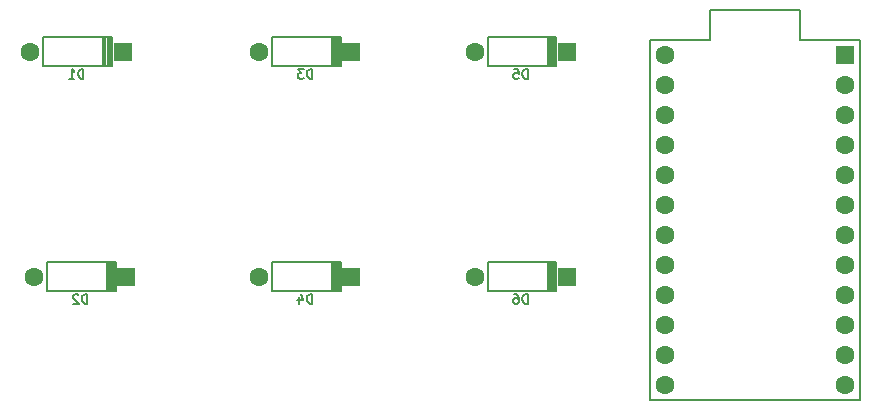
<source format=gbo>
%TF.GenerationSoftware,KiCad,Pcbnew,(6.0.4)*%
%TF.CreationDate,2022-04-14T11:49:59+05:30*%
%TF.ProjectId,6keymacro,366b6579-6d61-4637-926f-2e6b69636164,rev?*%
%TF.SameCoordinates,Original*%
%TF.FileFunction,Legend,Bot*%
%TF.FilePolarity,Positive*%
%FSLAX46Y46*%
G04 Gerber Fmt 4.6, Leading zero omitted, Abs format (unit mm)*
G04 Created by KiCad (PCBNEW (6.0.4)) date 2022-04-14 11:49:59*
%MOMM*%
%LPD*%
G01*
G04 APERTURE LIST*
%ADD10C,0.150000*%
%ADD11C,0.200000*%
%ADD12R,1.600000X1.600000*%
%ADD13C,1.600000*%
G04 APERTURE END LIST*
D10*
%TO.C,D2*%
X117271726Y-64199404D02*
X117271726Y-63399404D01*
X117081250Y-63399404D01*
X116966964Y-63437500D01*
X116890773Y-63513690D01*
X116852678Y-63589880D01*
X116814583Y-63742261D01*
X116814583Y-63856547D01*
X116852678Y-64008928D01*
X116890773Y-64085119D01*
X116966964Y-64161309D01*
X117081250Y-64199404D01*
X117271726Y-64199404D01*
X116509821Y-63475595D02*
X116471726Y-63437500D01*
X116395535Y-63399404D01*
X116205059Y-63399404D01*
X116128869Y-63437500D01*
X116090773Y-63475595D01*
X116052678Y-63551785D01*
X116052678Y-63627976D01*
X116090773Y-63742261D01*
X116547916Y-64199404D01*
X116052678Y-64199404D01*
%TO.C,D3*%
X136321726Y-45149404D02*
X136321726Y-44349404D01*
X136131250Y-44349404D01*
X136016964Y-44387500D01*
X135940773Y-44463690D01*
X135902678Y-44539880D01*
X135864583Y-44692261D01*
X135864583Y-44806547D01*
X135902678Y-44958928D01*
X135940773Y-45035119D01*
X136016964Y-45111309D01*
X136131250Y-45149404D01*
X136321726Y-45149404D01*
X135597916Y-44349404D02*
X135102678Y-44349404D01*
X135369345Y-44654166D01*
X135255059Y-44654166D01*
X135178869Y-44692261D01*
X135140773Y-44730357D01*
X135102678Y-44806547D01*
X135102678Y-44997023D01*
X135140773Y-45073214D01*
X135178869Y-45111309D01*
X135255059Y-45149404D01*
X135483630Y-45149404D01*
X135559821Y-45111309D01*
X135597916Y-45073214D01*
%TO.C,D5*%
X154565476Y-45149404D02*
X154565476Y-44349404D01*
X154375000Y-44349404D01*
X154260714Y-44387500D01*
X154184523Y-44463690D01*
X154146428Y-44539880D01*
X154108333Y-44692261D01*
X154108333Y-44806547D01*
X154146428Y-44958928D01*
X154184523Y-45035119D01*
X154260714Y-45111309D01*
X154375000Y-45149404D01*
X154565476Y-45149404D01*
X153384523Y-44349404D02*
X153765476Y-44349404D01*
X153803571Y-44730357D01*
X153765476Y-44692261D01*
X153689285Y-44654166D01*
X153498809Y-44654166D01*
X153422619Y-44692261D01*
X153384523Y-44730357D01*
X153346428Y-44806547D01*
X153346428Y-44997023D01*
X153384523Y-45073214D01*
X153422619Y-45111309D01*
X153498809Y-45149404D01*
X153689285Y-45149404D01*
X153765476Y-45111309D01*
X153803571Y-45073214D01*
%TO.C,D4*%
X136321726Y-64199404D02*
X136321726Y-63399404D01*
X136131250Y-63399404D01*
X136016964Y-63437500D01*
X135940773Y-63513690D01*
X135902678Y-63589880D01*
X135864583Y-63742261D01*
X135864583Y-63856547D01*
X135902678Y-64008928D01*
X135940773Y-64085119D01*
X136016964Y-64161309D01*
X136131250Y-64199404D01*
X136321726Y-64199404D01*
X135178869Y-63666071D02*
X135178869Y-64199404D01*
X135369345Y-63361309D02*
X135559821Y-63932738D01*
X135064583Y-63932738D01*
%TO.C,D6*%
X154565476Y-64199404D02*
X154565476Y-63399404D01*
X154375000Y-63399404D01*
X154260714Y-63437500D01*
X154184523Y-63513690D01*
X154146428Y-63589880D01*
X154108333Y-63742261D01*
X154108333Y-63856547D01*
X154146428Y-64008928D01*
X154184523Y-64085119D01*
X154260714Y-64161309D01*
X154375000Y-64199404D01*
X154565476Y-64199404D01*
X153422619Y-63399404D02*
X153575000Y-63399404D01*
X153651190Y-63437500D01*
X153689285Y-63475595D01*
X153765476Y-63589880D01*
X153803571Y-63742261D01*
X153803571Y-64047023D01*
X153765476Y-64123214D01*
X153727380Y-64161309D01*
X153651190Y-64199404D01*
X153498809Y-64199404D01*
X153422619Y-64161309D01*
X153384523Y-64123214D01*
X153346428Y-64047023D01*
X153346428Y-63856547D01*
X153384523Y-63780357D01*
X153422619Y-63742261D01*
X153498809Y-63704166D01*
X153651190Y-63704166D01*
X153727380Y-63742261D01*
X153765476Y-63780357D01*
X153803571Y-63856547D01*
%TO.C,D1*%
X116952976Y-45149404D02*
X116952976Y-44349404D01*
X116762500Y-44349404D01*
X116648214Y-44387500D01*
X116572023Y-44463690D01*
X116533928Y-44539880D01*
X116495833Y-44692261D01*
X116495833Y-44806547D01*
X116533928Y-44958928D01*
X116572023Y-45035119D01*
X116648214Y-45111309D01*
X116762500Y-45149404D01*
X116952976Y-45149404D01*
X115733928Y-45149404D02*
X116191071Y-45149404D01*
X115962500Y-45149404D02*
X115962500Y-44349404D01*
X116038690Y-44463690D01*
X116114880Y-44539880D01*
X116191071Y-44577976D01*
D11*
%TO.C,D2*%
X119306250Y-60712500D02*
X119306250Y-63112500D01*
X119681250Y-60712500D02*
X113881250Y-60712500D01*
X118956250Y-60712500D02*
X118956250Y-63112500D01*
X119131250Y-60712500D02*
X119131250Y-63112500D01*
X113881250Y-60712500D02*
X113881250Y-63112500D01*
X119706250Y-63112500D02*
X119706250Y-60712500D01*
X113881250Y-63112500D02*
X119681250Y-63112500D01*
X119481250Y-60712500D02*
X119481250Y-63112500D01*
X119606250Y-60712500D02*
X119606250Y-63112500D01*
%TO.C,D3*%
X138006250Y-41662500D02*
X138006250Y-44062500D01*
X138656250Y-41662500D02*
X138656250Y-44062500D01*
X138356250Y-41662500D02*
X138356250Y-44062500D01*
X132931250Y-44062500D02*
X138731250Y-44062500D01*
X132931250Y-41662500D02*
X132931250Y-44062500D01*
X138731250Y-41662500D02*
X132931250Y-41662500D01*
X138181250Y-41662500D02*
X138181250Y-44062500D01*
X138756250Y-44062500D02*
X138756250Y-41662500D01*
X138531250Y-41662500D02*
X138531250Y-44062500D01*
%TO.C,D5*%
X151175000Y-41662500D02*
X151175000Y-44062500D01*
X151175000Y-44062500D02*
X156975000Y-44062500D01*
X156975000Y-41662500D02*
X151175000Y-41662500D01*
X156900000Y-41662500D02*
X156900000Y-44062500D01*
X157000000Y-44062500D02*
X157000000Y-41662500D01*
X156425000Y-41662500D02*
X156425000Y-44062500D01*
X156250000Y-41662500D02*
X156250000Y-44062500D01*
X156600000Y-41662500D02*
X156600000Y-44062500D01*
X156775000Y-41662500D02*
X156775000Y-44062500D01*
%TO.C,D4*%
X138006250Y-60712500D02*
X138006250Y-63112500D01*
X132931250Y-63112500D02*
X138731250Y-63112500D01*
X138181250Y-60712500D02*
X138181250Y-63112500D01*
X138756250Y-63112500D02*
X138756250Y-60712500D01*
X138731250Y-60712500D02*
X132931250Y-60712500D01*
X132931250Y-60712500D02*
X132931250Y-63112500D01*
X138656250Y-60712500D02*
X138656250Y-63112500D01*
X138531250Y-60712500D02*
X138531250Y-63112500D01*
X138356250Y-60712500D02*
X138356250Y-63112500D01*
%TO.C,D6*%
X156600000Y-60712500D02*
X156600000Y-63112500D01*
X151175000Y-63112500D02*
X156975000Y-63112500D01*
X151175000Y-60712500D02*
X151175000Y-63112500D01*
X156900000Y-60712500D02*
X156900000Y-63112500D01*
X156775000Y-60712500D02*
X156775000Y-63112500D01*
X157000000Y-63112500D02*
X157000000Y-60712500D01*
X156250000Y-60712500D02*
X156250000Y-63112500D01*
X156425000Y-60712500D02*
X156425000Y-63112500D01*
X156975000Y-60712500D02*
X151175000Y-60712500D01*
%TO.C,D1*%
X118812500Y-41662500D02*
X118812500Y-44062500D01*
X118637500Y-41662500D02*
X118637500Y-44062500D01*
X119162500Y-41662500D02*
X119162500Y-44062500D01*
X113562500Y-41662500D02*
X113562500Y-44062500D01*
X119362500Y-41662500D02*
X113562500Y-41662500D01*
X118987500Y-41662500D02*
X118987500Y-44062500D01*
X119387500Y-44062500D02*
X119387500Y-41662500D01*
X119287500Y-41662500D02*
X119287500Y-44062500D01*
X113562500Y-44062500D02*
X119362500Y-44062500D01*
D10*
%TO.C,U1*%
X170021250Y-41910000D02*
X164941250Y-41910000D01*
X177641250Y-39370000D02*
X170021250Y-39370000D01*
X182721250Y-41910000D02*
X182721250Y-72390000D01*
X170021250Y-39370000D02*
X170021250Y-41910000D01*
X182721250Y-41910000D02*
X177641250Y-41910000D01*
X164941250Y-41910000D02*
X164941250Y-72390000D01*
X177641250Y-41910000D02*
X177641250Y-39370000D01*
X164941250Y-72390000D02*
X182721250Y-72390000D01*
%TD*%
D12*
%TO.C,D2*%
X120581250Y-61912500D03*
D13*
X112781250Y-61912500D03*
%TD*%
D12*
%TO.C,D3*%
X139631250Y-42862500D03*
D13*
X131831250Y-42862500D03*
%TD*%
D12*
%TO.C,D5*%
X157875000Y-42862500D03*
D13*
X150075000Y-42862500D03*
%TD*%
D12*
%TO.C,D4*%
X139631250Y-61912500D03*
D13*
X131831250Y-61912500D03*
%TD*%
D12*
%TO.C,D6*%
X157875000Y-61912500D03*
D13*
X150075000Y-61912500D03*
%TD*%
D12*
%TO.C,D1*%
X120262500Y-42862500D03*
D13*
X112462500Y-42862500D03*
%TD*%
D12*
%TO.C,U1*%
X181451250Y-43180000D03*
D13*
X181451250Y-45720000D03*
X181451250Y-48260000D03*
X181451250Y-50800000D03*
X181451250Y-53340000D03*
X181451250Y-55880000D03*
X181451250Y-58420000D03*
X181451250Y-60960000D03*
X181451250Y-63500000D03*
X181451250Y-66040000D03*
X181451250Y-68580000D03*
X181451250Y-71120000D03*
X166211250Y-71120000D03*
X166211250Y-68580000D03*
X166211250Y-66040000D03*
X166211250Y-63500000D03*
X166211250Y-60960000D03*
X166211250Y-58420000D03*
X166211250Y-55880000D03*
X166211250Y-53340000D03*
X166211250Y-50800000D03*
X166211250Y-48260000D03*
X166211250Y-45720000D03*
X166211250Y-43180000D03*
%TD*%
M02*

</source>
